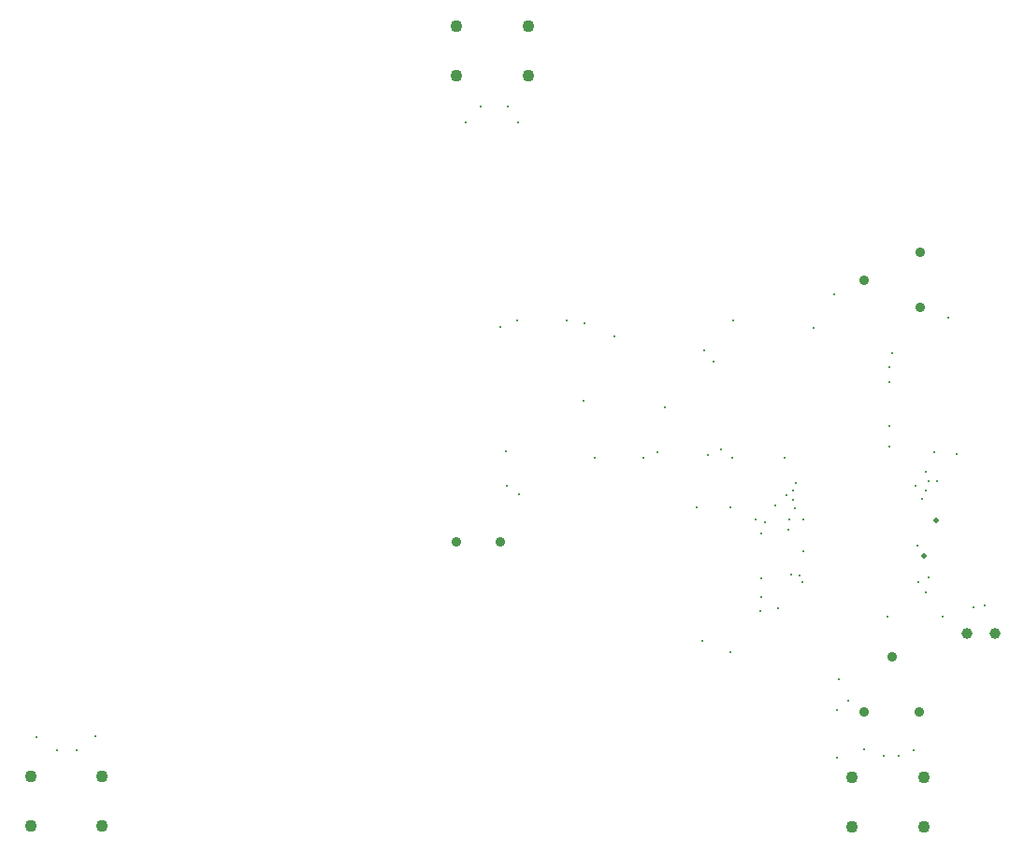
<source format=gbr>
%TF.GenerationSoftware,KiCad,Pcbnew,9.0.1*%
%TF.CreationDate,2025-07-27T01:52:11-03:00*%
%TF.ProjectId,board,626f6172-642e-46b6-9963-61645f706362,rev?*%
%TF.SameCoordinates,Original*%
%TF.FileFunction,Plated,1,4,PTH,Drill*%
%TF.FilePolarity,Positive*%
%FSLAX46Y46*%
G04 Gerber Fmt 4.6, Leading zero omitted, Abs format (unit mm)*
G04 Created by KiCad (PCBNEW 9.0.1) date 2025-07-27 01:52:11*
%MOMM*%
%LPD*%
G01*
G04 APERTURE LIST*
%TA.AperFunction,ViaDrill*%
%ADD10C,0.300000*%
%TD*%
%TA.AperFunction,ViaDrill*%
%ADD11C,0.500000*%
%TD*%
%TA.AperFunction,ComponentDrill*%
%ADD12C,0.900000*%
%TD*%
%TA.AperFunction,ComponentDrill*%
%ADD13C,1.000000*%
%TD*%
%TA.AperFunction,ComponentDrill*%
%ADD14C,1.100000*%
%TD*%
G04 APERTURE END LIST*
D10*
X30988000Y-86207600D03*
X32918400Y-87376000D03*
X34645600Y-87376000D03*
X36322000Y-86106000D03*
X69900800Y-30480000D03*
X71272400Y-29057600D03*
X72999600Y-49022000D03*
X73507600Y-60248800D03*
X73609200Y-63398400D03*
X73660000Y-29057600D03*
X74523600Y-48412400D03*
X74625200Y-30480000D03*
X74676000Y-64160400D03*
X79044800Y-48412400D03*
X80568800Y-55676800D03*
X80670400Y-48717200D03*
X81584800Y-60909200D03*
X83362800Y-49834800D03*
X86004400Y-60909200D03*
X87274400Y-60350400D03*
X87884000Y-56337200D03*
X90779600Y-65379600D03*
X91338400Y-77470000D03*
X91490800Y-51104800D03*
X91795600Y-60655200D03*
X92354400Y-52171600D03*
X93014800Y-60096400D03*
X93878400Y-65328800D03*
X93878400Y-78486000D03*
X94030800Y-60858400D03*
X94132400Y-48412400D03*
X96164400Y-66497200D03*
X96520000Y-74777600D03*
X96621600Y-73456800D03*
X96672400Y-67767200D03*
X96672400Y-71831200D03*
X97020000Y-66710000D03*
X97907000Y-65213000D03*
X98196400Y-74523600D03*
X98755200Y-60858400D03*
X98910006Y-64274341D03*
X99070000Y-67410000D03*
X99216092Y-66458465D03*
X99314000Y-71475600D03*
X99532778Y-63856419D03*
X99532778Y-64706419D03*
X99724449Y-65443502D03*
X99756734Y-63140635D03*
X100126800Y-71526400D03*
X100380800Y-72136000D03*
X100430000Y-69320000D03*
X100448520Y-66458480D03*
X101396800Y-49072800D03*
X103225600Y-46075600D03*
X103530400Y-83769200D03*
X103530400Y-88087200D03*
X103682800Y-80924400D03*
X104495600Y-82905600D03*
X105968800Y-87325200D03*
X107746800Y-87884000D03*
X108051600Y-75234800D03*
X108204000Y-52628800D03*
X108254800Y-54000400D03*
X108254800Y-58013600D03*
X108254800Y-59842400D03*
X108458000Y-51409600D03*
X109118400Y-87884000D03*
X110439200Y-87376000D03*
X110605393Y-63434607D03*
X110794800Y-68834000D03*
X110871000Y-72161400D03*
X111224999Y-64565223D03*
X111506000Y-73050400D03*
X111514254Y-62151436D03*
X111575000Y-63840000D03*
X111761207Y-62964075D03*
X111810800Y-71729600D03*
X112318800Y-60401200D03*
X112594649Y-63019698D03*
X113030000Y-75234800D03*
X113588800Y-48209200D03*
X114300000Y-60553600D03*
X115849400Y-74396600D03*
X116840000Y-74269600D03*
D11*
X111353600Y-69748400D03*
X112442800Y-66520000D03*
D12*
%TO.C,BZ1*%
X69000000Y-68500000D03*
X73000000Y-68500000D03*
%TO.C,RV2*%
X105953000Y-83881600D03*
%TO.C,RV1*%
X105993000Y-44771000D03*
%TO.C,RV2*%
X108453000Y-78881600D03*
X110953000Y-83881600D03*
%TO.C,RV1*%
X110993000Y-42271000D03*
X110993000Y-47271000D03*
D13*
%TO.C,J1*%
X115234400Y-76835400D03*
X117774400Y-76835400D03*
D14*
%TO.C,SW2*%
X30481200Y-89748800D03*
X30481200Y-94248800D03*
X36981200Y-89748800D03*
X36981200Y-94248800D03*
%TO.C,SW1*%
X69038400Y-21778400D03*
X69038400Y-26278400D03*
X75538400Y-21778400D03*
X75538400Y-26278400D03*
%TO.C,SW4*%
X104852400Y-89799600D03*
X104852400Y-94299600D03*
X111352400Y-89799600D03*
X111352400Y-94299600D03*
M02*

</source>
